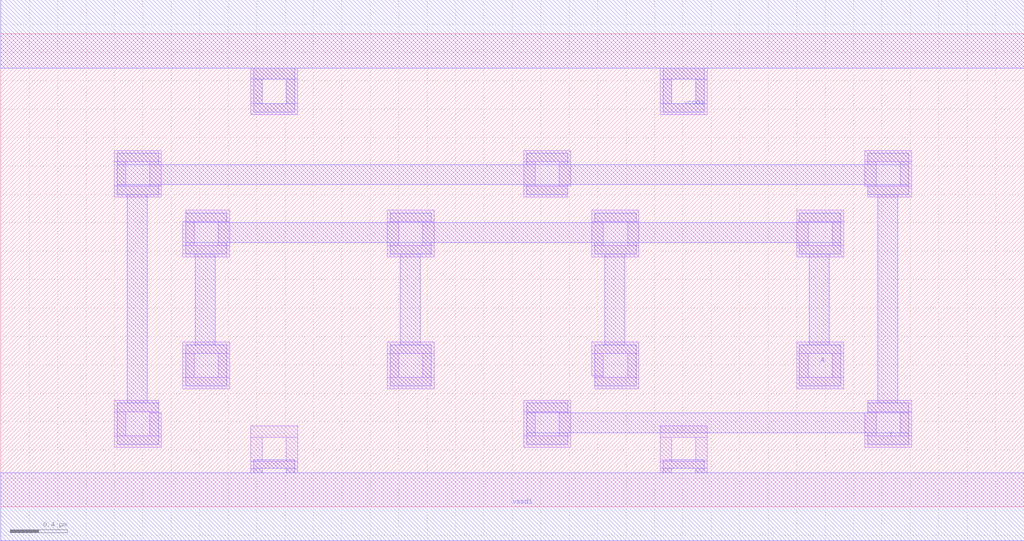
<source format=lef>
VERSION 5.7 ;
  NOWIREEXTENSIONATPIN ON ;
  DIVIDERCHAR "/" ;
  BUSBITCHARS "[]" ;
MACRO INVX8
  CLASS CORE ;
  FOREIGN INVX8 ;
  ORIGIN 0.000 0.000 ;
  SIZE 7.200 BY 3.330 ;
  SYMMETRY X Y R90 ;
  SITE unit ;
  PIN vccd1
    DIRECTION INOUT ;
    USE POWER ;
    SHAPE ABUTMENT ;
    PORT
      LAYER met1 ;
        RECT 0.000 3.090 7.200 3.570 ;
        RECT 1.780 3.010 2.070 3.090 ;
        RECT 1.780 2.840 1.840 3.010 ;
        RECT 2.010 2.840 2.070 3.010 ;
        RECT 1.780 2.780 2.070 2.840 ;
        RECT 4.660 3.010 4.950 3.090 ;
        RECT 4.660 2.840 4.720 3.010 ;
        RECT 4.890 2.840 4.950 3.010 ;
        RECT 4.660 2.780 4.950 2.840 ;
    END
  END vccd1
  PIN vssd1
    DIRECTION INOUT ;
    USE GROUND ;
    SHAPE ABUTMENT ;
    PORT
      LAYER met1 ;
        RECT 1.780 0.270 2.070 0.330 ;
        RECT 1.780 0.240 1.840 0.270 ;
        RECT 2.010 0.240 2.070 0.270 ;
        RECT 4.660 0.270 4.950 0.330 ;
        RECT 4.660 0.240 4.720 0.270 ;
        RECT 4.890 0.240 4.950 0.270 ;
        RECT 0.000 -0.240 7.200 0.240 ;
    END
  END vssd1
  PIN Y
    DIRECTION INOUT ;
    USE SIGNAL ;
    SHAPE ABUTMENT ;
    PORT
      LAYER met1 ;
        RECT 0.820 2.410 1.110 2.490 ;
        RECT 3.700 2.410 3.990 2.490 ;
        RECT 6.100 2.410 6.390 2.490 ;
        RECT 0.820 2.270 6.390 2.410 ;
        RECT 0.820 2.200 1.110 2.270 ;
        RECT 3.700 2.200 3.990 2.270 ;
        RECT 6.100 2.200 6.390 2.270 ;
        RECT 0.890 0.730 1.030 2.200 ;
        RECT 6.170 0.730 6.310 2.200 ;
        RECT 0.820 0.440 1.110 0.730 ;
        RECT 3.700 0.660 3.990 0.730 ;
        RECT 6.100 0.660 6.390 0.730 ;
        RECT 3.700 0.520 6.390 0.660 ;
        RECT 3.700 0.440 3.990 0.520 ;
        RECT 6.100 0.440 6.390 0.520 ;
    END
  END Y
  PIN A
    DIRECTION INOUT ;
    USE SIGNAL ;
    SHAPE ABUTMENT ;
    PORT
      LAYER met1 ;
        RECT 1.300 2.000 1.590 2.070 ;
        RECT 2.740 2.000 3.030 2.070 ;
        RECT 4.180 2.000 4.470 2.070 ;
        RECT 5.620 2.000 5.910 2.070 ;
        RECT 1.300 1.860 5.910 2.000 ;
        RECT 1.300 1.780 1.590 1.860 ;
        RECT 2.740 1.780 3.030 1.860 ;
        RECT 4.180 1.780 4.470 1.860 ;
        RECT 5.620 1.780 5.910 1.860 ;
        RECT 1.370 1.140 1.510 1.780 ;
        RECT 2.810 1.140 2.950 1.780 ;
        RECT 4.250 1.140 4.390 1.780 ;
        RECT 5.690 1.140 5.830 1.780 ;
        RECT 1.300 0.850 1.590 1.140 ;
        RECT 2.740 0.850 3.030 1.140 ;
        RECT 4.180 0.850 4.470 1.140 ;
        RECT 5.620 0.850 5.910 1.140 ;
    END
  END A
  OBS
      LAYER li1 ;
        RECT 1.760 3.010 2.090 3.090 ;
        RECT 1.760 2.840 1.840 3.010 ;
        RECT 2.010 2.840 2.090 3.010 ;
        RECT 1.760 2.760 2.090 2.840 ;
        RECT 4.640 3.010 4.970 3.090 ;
        RECT 4.640 2.840 4.720 3.010 ;
        RECT 4.890 2.840 4.970 3.010 ;
        RECT 4.640 2.760 4.970 2.840 ;
        RECT 0.800 2.430 1.130 2.510 ;
        RECT 0.800 2.260 0.880 2.430 ;
        RECT 1.050 2.260 1.130 2.430 ;
        RECT 0.800 2.180 1.130 2.260 ;
        RECT 3.680 2.430 4.010 2.510 ;
        RECT 3.680 2.260 3.760 2.430 ;
        RECT 3.930 2.260 4.010 2.430 ;
        RECT 6.080 2.430 6.410 2.510 ;
        RECT 6.080 2.260 6.160 2.430 ;
        RECT 6.330 2.260 6.410 2.430 ;
        RECT 3.680 2.180 3.990 2.260 ;
        RECT 6.100 2.180 6.410 2.260 ;
        RECT 1.300 2.010 1.610 2.090 ;
        RECT 1.280 1.840 1.360 2.010 ;
        RECT 1.530 1.840 1.610 2.010 ;
        RECT 1.280 1.760 1.610 1.840 ;
        RECT 2.720 2.010 3.050 2.090 ;
        RECT 2.720 1.840 2.800 2.010 ;
        RECT 2.970 1.840 3.050 2.010 ;
        RECT 2.720 1.760 3.050 1.840 ;
        RECT 4.160 2.010 4.490 2.090 ;
        RECT 4.160 1.840 4.240 2.010 ;
        RECT 4.410 1.840 4.490 2.010 ;
        RECT 4.160 1.760 4.490 1.840 ;
        RECT 5.600 2.010 5.930 2.090 ;
        RECT 5.600 1.840 5.680 2.010 ;
        RECT 5.850 1.840 5.930 2.010 ;
        RECT 5.600 1.760 5.930 1.840 ;
        RECT 1.280 1.080 1.610 1.160 ;
        RECT 1.280 0.910 1.360 1.080 ;
        RECT 1.530 0.910 1.610 1.080 ;
        RECT 1.280 0.830 1.610 0.910 ;
        RECT 2.720 1.080 3.050 1.160 ;
        RECT 2.720 0.910 2.800 1.080 ;
        RECT 2.970 0.910 3.050 1.080 ;
        RECT 4.160 1.080 4.490 1.160 ;
        RECT 4.160 0.920 4.240 1.080 ;
        RECT 2.720 0.830 3.050 0.910 ;
        RECT 4.180 0.910 4.240 0.920 ;
        RECT 4.410 0.910 4.490 1.080 ;
        RECT 4.180 0.830 4.490 0.910 ;
        RECT 5.600 1.080 5.930 1.160 ;
        RECT 5.600 0.910 5.680 1.080 ;
        RECT 5.850 0.910 5.930 1.080 ;
        RECT 5.600 0.830 5.930 0.910 ;
        RECT 0.800 0.670 1.110 0.750 ;
        RECT 0.800 0.500 0.880 0.670 ;
        RECT 1.050 0.660 1.110 0.670 ;
        RECT 3.680 0.670 4.010 0.750 ;
        RECT 1.050 0.500 1.130 0.660 ;
        RECT 0.800 0.420 1.130 0.500 ;
        RECT 1.760 0.490 2.090 0.570 ;
        RECT 1.760 0.320 1.840 0.490 ;
        RECT 2.010 0.320 2.090 0.490 ;
        RECT 3.680 0.500 3.760 0.670 ;
        RECT 3.930 0.500 4.010 0.670 ;
        RECT 6.100 0.670 6.410 0.750 ;
        RECT 6.100 0.660 6.160 0.670 ;
        RECT 3.680 0.420 4.010 0.500 ;
        RECT 4.640 0.490 4.970 0.570 ;
        RECT 1.760 0.270 2.090 0.320 ;
        RECT 1.760 0.240 1.840 0.270 ;
        RECT 2.010 0.240 2.090 0.270 ;
        RECT 4.640 0.320 4.720 0.490 ;
        RECT 4.890 0.320 4.970 0.490 ;
        RECT 6.080 0.500 6.160 0.660 ;
        RECT 6.330 0.500 6.410 0.670 ;
        RECT 6.080 0.420 6.410 0.500 ;
        RECT 4.640 0.270 4.970 0.320 ;
        RECT 4.640 0.240 4.720 0.270 ;
        RECT 4.890 0.240 4.970 0.270 ;
  END
END INVX8
END LIBRARY


</source>
